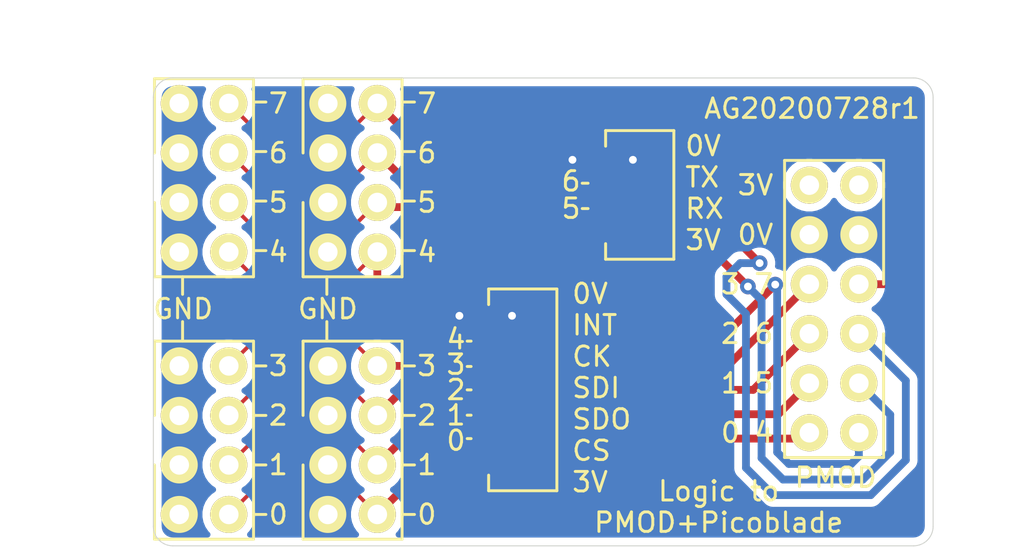
<source format=kicad_pcb>
(kicad_pcb (version 20171130) (host pcbnew 5.1.6-c6e7f7d~86~ubuntu18.04.1)

  (general
    (thickness 1.6)
    (drawings 75)
    (tracks 97)
    (zones 0)
    (modules 7)
    (nets 10)
  )

  (page A4)
  (layers
    (0 F.Cu signal)
    (31 B.Cu signal)
    (32 B.Adhes user)
    (33 F.Adhes user)
    (34 B.Paste user)
    (35 F.Paste user)
    (36 B.SilkS user)
    (37 F.SilkS user)
    (38 B.Mask user)
    (39 F.Mask user)
    (40 Dwgs.User user)
    (41 Cmts.User user)
    (42 Eco1.User user)
    (43 Eco2.User user)
    (44 Edge.Cuts user)
    (45 Margin user)
    (46 B.CrtYd user)
    (47 F.CrtYd user)
    (48 B.Fab user)
    (49 F.Fab user)
  )

  (setup
    (last_trace_width 0.25)
    (user_trace_width 0.2)
    (user_trace_width 0.25)
    (user_trace_width 0.4)
    (user_trace_width 0.6)
    (user_trace_width 0.8)
    (user_trace_width 1)
    (trace_clearance 0.2)
    (zone_clearance 0.4)
    (zone_45_only yes)
    (trace_min 0.2)
    (via_size 0.8)
    (via_drill 0.4)
    (via_min_size 0.4)
    (via_min_drill 0.3)
    (uvia_size 0.3)
    (uvia_drill 0.1)
    (uvias_allowed no)
    (uvia_min_size 0.2)
    (uvia_min_drill 0.1)
    (edge_width 0.05)
    (segment_width 0.2)
    (pcb_text_width 0.3)
    (pcb_text_size 1.5 1.5)
    (mod_edge_width 0.15)
    (mod_text_size 1 1)
    (mod_text_width 0.15)
    (pad_size 1.9 1.9)
    (pad_drill 1)
    (pad_to_mask_clearance 0.05)
    (aux_axis_origin 0 0)
    (visible_elements FFFFFF5F)
    (pcbplotparams
      (layerselection 0x010e8_ffffffff)
      (usegerberextensions true)
      (usegerberattributes true)
      (usegerberadvancedattributes true)
      (creategerberjobfile false)
      (excludeedgelayer true)
      (linewidth 0.100000)
      (plotframeref false)
      (viasonmask false)
      (mode 1)
      (useauxorigin false)
      (hpglpennumber 1)
      (hpglpenspeed 20)
      (hpglpendiameter 15.000000)
      (psnegative false)
      (psa4output false)
      (plotreference false)
      (plotvalue false)
      (plotinvisibletext false)
      (padsonsilk false)
      (subtractmaskfromsilk true)
      (outputformat 1)
      (mirror false)
      (drillshape 0)
      (scaleselection 1)
      (outputdirectory "gerber/"))
  )

  (net 0 "")
  (net 1 /PMOD3)
  (net 2 GND)
  (net 3 /PMOD2)
  (net 4 /PMOD1)
  (net 5 /PMOD0)
  (net 6 /PMOD4)
  (net 7 /PMOD7)
  (net 8 /PMOD6)
  (net 9 /PMOD5)

  (net_class Default "This is the default net class."
    (clearance 0.2)
    (trace_width 0.25)
    (via_dia 0.8)
    (via_drill 0.4)
    (uvia_dia 0.3)
    (uvia_drill 0.1)
    (add_net /PMOD0)
    (add_net /PMOD1)
    (add_net /PMOD2)
    (add_net /PMOD3)
    (add_net /PMOD4)
    (add_net /PMOD5)
    (add_net /PMOD6)
    (add_net /PMOD7)
    (add_net GND)
  )

  (module agg:MOLEX-PICOBLADE-53398-0471 (layer F.Cu) (tedit 5CCC6845) (tstamp 5F1F8979)
    (at 122 64 90)
    (path /5F2AA999)
    (fp_text reference J7 (at 0 -1.6 90) (layer F.Fab)
      (effects (font (size 1 1) (thickness 0.15)))
    )
    (fp_text value UART (at 0 5.2 90) (layer F.Fab)
      (effects (font (size 1 1) (thickness 0.15)))
    )
    (fp_line (start -5.75 4.5) (end -5.75 -0.9) (layer F.CrtYd) (width 0.01))
    (fp_line (start 5.75 4.5) (end -5.75 4.5) (layer F.CrtYd) (width 0.01))
    (fp_line (start 5.75 -0.9) (end 5.75 4.5) (layer F.CrtYd) (width 0.01))
    (fp_line (start -5.75 -0.9) (end 5.75 -0.9) (layer F.CrtYd) (width 0.01))
    (fp_line (start 1.715 2.9) (end 1.715 2.3) (layer F.Fab) (width 0.01))
    (fp_line (start 2.035 2.9) (end 1.715 2.9) (layer F.Fab) (width 0.01))
    (fp_line (start 2.035 2.3) (end 2.035 2.9) (layer F.Fab) (width 0.01))
    (fp_line (start 1.715 2.3) (end 2.035 2.3) (layer F.Fab) (width 0.01))
    (fp_line (start 0.465 2.9) (end 0.465 2.3) (layer F.Fab) (width 0.01))
    (fp_line (start 0.785 2.9) (end 0.465 2.9) (layer F.Fab) (width 0.01))
    (fp_line (start 0.785 2.3) (end 0.785 2.9) (layer F.Fab) (width 0.01))
    (fp_line (start 0.465 2.3) (end 0.785 2.3) (layer F.Fab) (width 0.01))
    (fp_line (start -0.785 2.9) (end -0.785 2.3) (layer F.Fab) (width 0.01))
    (fp_line (start -0.465 2.9) (end -0.785 2.9) (layer F.Fab) (width 0.01))
    (fp_line (start -0.465 2.3) (end -0.465 2.9) (layer F.Fab) (width 0.01))
    (fp_line (start -0.785 2.3) (end -0.465 2.3) (layer F.Fab) (width 0.01))
    (fp_line (start -2.035 2.9) (end -2.035 2.3) (layer F.Fab) (width 0.01))
    (fp_line (start -1.715 2.9) (end -2.035 2.9) (layer F.Fab) (width 0.01))
    (fp_line (start -1.715 2.3) (end -1.715 2.9) (layer F.Fab) (width 0.01))
    (fp_line (start -2.035 2.3) (end -1.715 2.3) (layer F.Fab) (width 0.01))
    (fp_line (start 3.375 3.7) (end 3.375 0.9) (layer F.Fab) (width 0.01))
    (fp_line (start 5.175 3.7) (end 3.375 3.7) (layer F.Fab) (width 0.01))
    (fp_line (start 5.175 0.9) (end 5.175 3.7) (layer F.Fab) (width 0.01))
    (fp_line (start 3.375 0.9) (end 5.175 0.9) (layer F.Fab) (width 0.01))
    (fp_line (start -5.175 3.7) (end -5.175 0.9) (layer F.Fab) (width 0.01))
    (fp_line (start -3.375 3.7) (end -5.175 3.7) (layer F.Fab) (width 0.01))
    (fp_line (start -3.375 0.9) (end -3.375 3.7) (layer F.Fab) (width 0.01))
    (fp_line (start -5.175 0.9) (end -3.375 0.9) (layer F.Fab) (width 0.01))
    (fp_line (start -3.375 3.7) (end -3.375 0.2) (layer F.Fab) (width 0.01))
    (fp_line (start 3.375 3.7) (end -3.375 3.7) (layer F.Fab) (width 0.01))
    (fp_line (start 3.375 0.2) (end 3.375 3.7) (layer F.Fab) (width 0.01))
    (fp_line (start -3.375 0.2) (end 3.375 0.2) (layer F.Fab) (width 0.01))
    (fp_line (start 2.5 0.2) (end 3.3 0.2) (layer F.SilkS) (width 0.15))
    (fp_line (start 3.3 3.7) (end 3.3 0.2) (layer F.SilkS) (width 0.15))
    (fp_line (start -3.3 3.7) (end 3.3 3.7) (layer F.SilkS) (width 0.15))
    (fp_line (start -3.3 0.2) (end -3.3 3.7) (layer F.SilkS) (width 0.15))
    (fp_line (start -2.5 0.2) (end -3.3 0.2) (layer F.SilkS) (width 0.15))
    (pad 4 smd rect (at 1.875 0 90) (size 0.8 1.3) (layers F.Cu F.Paste F.Mask)
      (net 2 GND))
    (pad 3 smd rect (at 0.625 0 90) (size 0.8 1.3) (layers F.Cu F.Paste F.Mask)
      (net 8 /PMOD6))
    (pad 2 smd rect (at -0.625 0 90) (size 0.8 1.3) (layers F.Cu F.Paste F.Mask)
      (net 9 /PMOD5))
    (pad 1 smd rect (at -1.875 0 90) (size 0.8 1.3) (layers F.Cu F.Paste F.Mask))
    (pad "" smd rect (at 4.425 2.75 90) (size 2.1 3) (layers F.Cu F.Paste F.Mask))
    (pad "" smd rect (at -4.425 2.75 90) (size 2.1 3) (layers F.Cu F.Paste F.Mask))
    (model ${KISYS3DMOD}/Connector_Molex.3dshapes/Molex_PicoBlade_53398-0471_1x04-1MP_P1.25mm_Vertical.step
      (offset (xyz 0 -1.30047998046875 0))
      (scale (xyz 1 1 1))
      (rotate (xyz 0 0 0))
    )
  )

  (module agg:DIL-254P-08 (layer F.Cu) (tedit 5F1F78DC) (tstamp 5F1F72C5)
    (at 109.22 63.119 270)
    (path /5F1FADE6)
    (fp_text reference J6 (at 0 -3.49 90) (layer F.Fab)
      (effects (font (size 1 1) (thickness 0.15)))
    )
    (fp_text value SALEAE_4-7 (at 0 3.49 90) (layer F.Fab)
      (effects (font (size 1 1) (thickness 0.15)))
    )
    (fp_line (start -5.35 2.8) (end -5.35 -2.8) (layer F.CrtYd) (width 0.01))
    (fp_line (start 5.35 2.8) (end -5.35 2.8) (layer F.CrtYd) (width 0.01))
    (fp_line (start 5.35 -2.8) (end 5.35 2.8) (layer F.CrtYd) (width 0.01))
    (fp_line (start -5.35 -2.8) (end 5.35 -2.8) (layer F.CrtYd) (width 0.01))
    (fp_line (start -5.08 2.54) (end -5.08 -2.54) (layer F.SilkS) (width 0.15))
    (fp_line (start -1.27 2.54) (end -5.08 2.54) (layer F.SilkS) (width 0.15))
    (fp_line (start 5.08 2.54) (end 1.27 2.54) (layer F.SilkS) (width 0.15))
    (fp_line (start 5.08 -2.54) (end 5.08 2.54) (layer F.SilkS) (width 0.15))
    (fp_line (start -5.08 -2.54) (end 5.08 -2.54) (layer F.SilkS) (width 0.15))
    (fp_line (start -5.08 2.54) (end -5.08 -2.54) (layer F.Fab) (width 0.01))
    (fp_line (start 5.08 2.54) (end -5.08 2.54) (layer F.Fab) (width 0.01))
    (fp_line (start 5.08 -2.54) (end 5.08 2.54) (layer F.Fab) (width 0.01))
    (fp_line (start -5.08 -2.54) (end 5.08 -2.54) (layer F.Fab) (width 0.01))
    (pad 8 thru_hole circle (at 3.81 -1.27 270) (size 1.9 1.9) (drill 1) (layers *.Cu *.Mask F.SilkS)
      (net 6 /PMOD4))
    (pad 7 thru_hole circle (at 3.81 1.27 270) (size 1.9 1.9) (drill 1) (layers *.Cu *.Mask F.SilkS)
      (net 2 GND))
    (pad 6 thru_hole circle (at 1.27 -1.27 270) (size 1.9 1.9) (drill 1) (layers *.Cu *.Mask F.SilkS)
      (net 9 /PMOD5))
    (pad 5 thru_hole circle (at 1.27 1.27 270) (size 1.9 1.9) (drill 1) (layers *.Cu *.Mask F.SilkS)
      (net 2 GND))
    (pad 4 thru_hole circle (at -1.27 -1.27 270) (size 1.9 1.9) (drill 1) (layers *.Cu *.Mask F.SilkS)
      (net 8 /PMOD6))
    (pad 3 thru_hole circle (at -1.27 1.27 270) (size 1.9 1.9) (drill 1) (layers *.Cu *.Mask F.SilkS)
      (net 2 GND))
    (pad 2 thru_hole circle (at -3.81 -1.27 270) (size 1.9 1.9) (drill 1) (layers *.Cu *.Mask F.SilkS)
      (net 7 /PMOD7))
    (pad 1 thru_hole circle (at -3.81 1.27 270) (size 1.9 1.9) (drill 1) (layers *.Cu *.Mask F.SilkS)
      (net 2 GND))
    (model ${KISYS3DMOD}/Connector_PinHeader_2.54mm.3dshapes/PinHeader_2x04_P2.54mm_Vertical.step
      (offset (xyz 3.81 1.27 0))
      (scale (xyz 1 1 1))
      (rotate (xyz 0 0 90))
    )
  )

  (module agg:DIL-254P-08 (layer F.Cu) (tedit 5F1F8460) (tstamp 5F1F72AC)
    (at 101.6 63.119 270)
    (path /5F21C945)
    (fp_text reference J5 (at 0 -3.49 90) (layer F.Fab)
      (effects (font (size 1 1) (thickness 0.15)))
    )
    (fp_text value SALEAE_4-7 (at 0 3.49 90) (layer F.Fab)
      (effects (font (size 1 1) (thickness 0.15)))
    )
    (fp_line (start -5.08 -2.54) (end 5.08 -2.54) (layer F.Fab) (width 0.01))
    (fp_line (start 5.08 -2.54) (end 5.08 2.54) (layer F.Fab) (width 0.01))
    (fp_line (start 5.08 2.54) (end -5.08 2.54) (layer F.Fab) (width 0.01))
    (fp_line (start -5.08 2.54) (end -5.08 -2.54) (layer F.Fab) (width 0.01))
    (fp_line (start -5.08 -2.54) (end 5.08 -2.54) (layer F.SilkS) (width 0.15))
    (fp_line (start 5.08 -2.54) (end 5.08 2.54) (layer F.SilkS) (width 0.15))
    (fp_line (start 5.08 2.54) (end 1.27 2.54) (layer F.SilkS) (width 0.15))
    (fp_line (start -1.27 2.54) (end -5.08 2.54) (layer F.SilkS) (width 0.15))
    (fp_line (start -5.08 2.54) (end -5.08 -2.54) (layer F.SilkS) (width 0.15))
    (fp_line (start -5.35 -2.8) (end 5.35 -2.8) (layer F.CrtYd) (width 0.01))
    (fp_line (start 5.35 -2.8) (end 5.35 2.8) (layer F.CrtYd) (width 0.01))
    (fp_line (start 5.35 2.8) (end -5.35 2.8) (layer F.CrtYd) (width 0.01))
    (fp_line (start -5.35 2.8) (end -5.35 -2.8) (layer F.CrtYd) (width 0.01))
    (pad 1 thru_hole circle (at -3.81 1.27 270) (size 1.9 1.9) (drill 1) (layers *.Cu *.Mask F.SilkS)
      (net 2 GND))
    (pad 2 thru_hole circle (at -3.81 -1.27 270) (size 1.9 1.9) (drill 1) (layers *.Cu *.Mask F.SilkS)
      (net 7 /PMOD7))
    (pad 3 thru_hole circle (at -1.27 1.27 270) (size 1.9 1.9) (drill 1) (layers *.Cu *.Mask F.SilkS)
      (net 2 GND))
    (pad 4 thru_hole circle (at -1.27 -1.27 270) (size 1.9 1.9) (drill 1) (layers *.Cu *.Mask F.SilkS)
      (net 8 /PMOD6))
    (pad 5 thru_hole circle (at 1.27 1.27 270) (size 1.9 1.9) (drill 1) (layers *.Cu *.Mask F.SilkS)
      (net 2 GND))
    (pad 6 thru_hole circle (at 1.27 -1.27 270) (size 1.9 1.9) (drill 1) (layers *.Cu *.Mask F.SilkS)
      (net 9 /PMOD5))
    (pad 7 thru_hole circle (at 3.81 1.27 270) (size 1.9 1.9) (drill 1) (layers *.Cu *.Mask F.SilkS)
      (net 2 GND))
    (pad 8 thru_hole circle (at 3.81 -1.27 270) (size 1.9 1.9) (drill 1) (layers *.Cu *.Mask F.SilkS)
      (net 6 /PMOD4))
    (model ${KISYS3DMOD}/Connector_PinSocket_2.54mm.3dshapes/PinSocket_2x04_P2.54mm_Horizontal.step
      (offset (xyz -3.81 1.27 0))
      (scale (xyz 1 1 1))
      (rotate (xyz 0 0 -90))
    )
  )

  (module agg:DIL-254P-12 (layer F.Cu) (tedit 5F1F7C81) (tstamp 5F1F7293)
    (at 133.92 69.85 90)
    (path /5F1F6E95)
    (fp_text reference J4 (at 0 -3.49 90) (layer F.Fab)
      (effects (font (size 1 1) (thickness 0.15)))
    )
    (fp_text value PMOD (at 0 3.49 90) (layer F.Fab)
      (effects (font (size 1 1) (thickness 0.15)))
    )
    (fp_line (start -7.9 2.8) (end -7.9 -2.8) (layer F.CrtYd) (width 0.01))
    (fp_line (start 7.9 2.8) (end -7.9 2.8) (layer F.CrtYd) (width 0.01))
    (fp_line (start 7.9 -2.8) (end 7.9 2.8) (layer F.CrtYd) (width 0.01))
    (fp_line (start -7.9 -2.8) (end 7.9 -2.8) (layer F.CrtYd) (width 0.01))
    (fp_line (start -7.62 2.54) (end -7.62 -2.54) (layer F.SilkS) (width 0.15))
    (fp_line (start -1.27 2.54) (end -7.62 2.54) (layer F.SilkS) (width 0.15))
    (fp_line (start 7.62 2.54) (end 1.27 2.54) (layer F.SilkS) (width 0.15))
    (fp_line (start 7.62 -2.54) (end 7.62 2.54) (layer F.SilkS) (width 0.15))
    (fp_line (start -7.62 -2.54) (end 7.62 -2.54) (layer F.SilkS) (width 0.15))
    (fp_line (start -7.62 2.54) (end -7.62 -2.54) (layer F.Fab) (width 0.01))
    (fp_line (start 7.62 2.54) (end -7.62 2.54) (layer F.Fab) (width 0.01))
    (fp_line (start 7.62 -2.54) (end 7.62 2.54) (layer F.Fab) (width 0.01))
    (fp_line (start -7.62 -2.54) (end 7.62 -2.54) (layer F.Fab) (width 0.01))
    (pad 12 thru_hole circle (at 6.35 -1.27 90) (size 1.9 1.9) (drill 1) (layers *.Cu *.Mask F.SilkS))
    (pad 11 thru_hole circle (at 6.35 1.27 90) (size 1.9 1.9) (drill 1) (layers *.Cu *.Mask F.SilkS))
    (pad 10 thru_hole circle (at 3.81 -1.27 90) (size 1.9 1.9) (drill 1) (layers *.Cu *.Mask F.SilkS)
      (net 2 GND))
    (pad 9 thru_hole circle (at 3.81 1.27 90) (size 1.9 1.9) (drill 1) (layers *.Cu *.Mask F.SilkS)
      (net 2 GND))
    (pad 8 thru_hole circle (at 1.27 -1.27 90) (size 1.9 1.9) (drill 1) (layers *.Cu *.Mask F.SilkS)
      (net 1 /PMOD3))
    (pad 7 thru_hole circle (at 1.27 1.27 90) (size 1.9 1.9) (drill 1) (layers *.Cu *.Mask F.SilkS)
      (net 7 /PMOD7))
    (pad 6 thru_hole circle (at -1.27 -1.27 90) (size 1.9 1.9) (drill 1) (layers *.Cu *.Mask F.SilkS)
      (net 3 /PMOD2))
    (pad 5 thru_hole circle (at -1.27 1.27 90) (size 1.9 1.9) (drill 1) (layers *.Cu *.Mask F.SilkS)
      (net 8 /PMOD6))
    (pad 4 thru_hole circle (at -3.81 -1.27 90) (size 1.9 1.9) (drill 1) (layers *.Cu *.Mask F.SilkS)
      (net 4 /PMOD1))
    (pad 3 thru_hole circle (at -3.81 1.27 90) (size 1.9 1.9) (drill 1) (layers *.Cu *.Mask F.SilkS)
      (net 9 /PMOD5))
    (pad 2 thru_hole circle (at -6.35 -1.27 90) (size 1.9 1.9) (drill 1) (layers *.Cu *.Mask F.SilkS)
      (net 5 /PMOD0))
    (pad 1 thru_hole circle (at -6.35 1.27 90) (size 1.9 1.9) (drill 1) (layers *.Cu *.Mask F.SilkS)
      (net 6 /PMOD4))
    (model ${KISYS3DMOD}/Connector_PinHeader_2.54mm.3dshapes/PinHeader_2x06_P2.54mm_Horizontal.step
      (offset (xyz 6.35 1.27 0))
      (scale (xyz 1 1 1))
      (rotate (xyz 0 0 90))
    )
  )

  (module agg:MOLEX-PICOBLADE-53398-0771 (layer F.Cu) (tedit 5CCC6845) (tstamp 5F1F8281)
    (at 116 74 90)
    (path /5F208212)
    (fp_text reference J3 (at 0 -1.6 90) (layer F.Fab)
      (effects (font (size 1 1) (thickness 0.15)))
    )
    (fp_text value SPI (at 0 5.2 90) (layer F.Fab)
      (effects (font (size 1 1) (thickness 0.15)))
    )
    (fp_line (start -7.6 4.5) (end -7.6 -0.9) (layer F.CrtYd) (width 0.01))
    (fp_line (start 7.6 4.5) (end -7.6 4.5) (layer F.CrtYd) (width 0.01))
    (fp_line (start 7.6 -0.9) (end 7.6 4.5) (layer F.CrtYd) (width 0.01))
    (fp_line (start -7.6 -0.9) (end 7.6 -0.9) (layer F.CrtYd) (width 0.01))
    (fp_line (start 3.59 2.9) (end 3.59 2.3) (layer F.Fab) (width 0.01))
    (fp_line (start 3.91 2.9) (end 3.59 2.9) (layer F.Fab) (width 0.01))
    (fp_line (start 3.91 2.3) (end 3.91 2.9) (layer F.Fab) (width 0.01))
    (fp_line (start 3.59 2.3) (end 3.91 2.3) (layer F.Fab) (width 0.01))
    (fp_line (start 2.34 2.9) (end 2.34 2.3) (layer F.Fab) (width 0.01))
    (fp_line (start 2.66 2.9) (end 2.34 2.9) (layer F.Fab) (width 0.01))
    (fp_line (start 2.66 2.3) (end 2.66 2.9) (layer F.Fab) (width 0.01))
    (fp_line (start 2.34 2.3) (end 2.66 2.3) (layer F.Fab) (width 0.01))
    (fp_line (start 1.09 2.9) (end 1.09 2.3) (layer F.Fab) (width 0.01))
    (fp_line (start 1.41 2.9) (end 1.09 2.9) (layer F.Fab) (width 0.01))
    (fp_line (start 1.41 2.3) (end 1.41 2.9) (layer F.Fab) (width 0.01))
    (fp_line (start 1.09 2.3) (end 1.41 2.3) (layer F.Fab) (width 0.01))
    (fp_line (start -0.16 2.9) (end -0.16 2.3) (layer F.Fab) (width 0.01))
    (fp_line (start 0.16 2.9) (end -0.16 2.9) (layer F.Fab) (width 0.01))
    (fp_line (start 0.16 2.3) (end 0.16 2.9) (layer F.Fab) (width 0.01))
    (fp_line (start -0.16 2.3) (end 0.16 2.3) (layer F.Fab) (width 0.01))
    (fp_line (start -1.41 2.9) (end -1.41 2.3) (layer F.Fab) (width 0.01))
    (fp_line (start -1.09 2.9) (end -1.41 2.9) (layer F.Fab) (width 0.01))
    (fp_line (start -1.09 2.3) (end -1.09 2.9) (layer F.Fab) (width 0.01))
    (fp_line (start -1.41 2.3) (end -1.09 2.3) (layer F.Fab) (width 0.01))
    (fp_line (start -2.66 2.9) (end -2.66 2.3) (layer F.Fab) (width 0.01))
    (fp_line (start -2.34 2.9) (end -2.66 2.9) (layer F.Fab) (width 0.01))
    (fp_line (start -2.34 2.3) (end -2.34 2.9) (layer F.Fab) (width 0.01))
    (fp_line (start -2.66 2.3) (end -2.34 2.3) (layer F.Fab) (width 0.01))
    (fp_line (start -3.91 2.9) (end -3.91 2.3) (layer F.Fab) (width 0.01))
    (fp_line (start -3.59 2.9) (end -3.91 2.9) (layer F.Fab) (width 0.01))
    (fp_line (start -3.59 2.3) (end -3.59 2.9) (layer F.Fab) (width 0.01))
    (fp_line (start -3.91 2.3) (end -3.59 2.3) (layer F.Fab) (width 0.01))
    (fp_line (start 5.25 3.7) (end 5.25 0.9) (layer F.Fab) (width 0.01))
    (fp_line (start 7.05 3.7) (end 5.25 3.7) (layer F.Fab) (width 0.01))
    (fp_line (start 7.05 0.9) (end 7.05 3.7) (layer F.Fab) (width 0.01))
    (fp_line (start 5.25 0.9) (end 7.05 0.9) (layer F.Fab) (width 0.01))
    (fp_line (start -7.05 3.7) (end -7.05 0.9) (layer F.Fab) (width 0.01))
    (fp_line (start -5.25 3.7) (end -7.05 3.7) (layer F.Fab) (width 0.01))
    (fp_line (start -5.25 0.9) (end -5.25 3.7) (layer F.Fab) (width 0.01))
    (fp_line (start -7.05 0.9) (end -5.25 0.9) (layer F.Fab) (width 0.01))
    (fp_line (start -5.25 3.7) (end -5.25 0.2) (layer F.Fab) (width 0.01))
    (fp_line (start 5.25 3.7) (end -5.25 3.7) (layer F.Fab) (width 0.01))
    (fp_line (start 5.25 0.2) (end 5.25 3.7) (layer F.Fab) (width 0.01))
    (fp_line (start -5.25 0.2) (end 5.25 0.2) (layer F.Fab) (width 0.01))
    (fp_line (start 4.375 0.2) (end 5.175 0.2) (layer F.SilkS) (width 0.15))
    (fp_line (start 5.175 3.7) (end 5.175 0.2) (layer F.SilkS) (width 0.15))
    (fp_line (start -5.175 3.7) (end 5.175 3.7) (layer F.SilkS) (width 0.15))
    (fp_line (start -5.175 0.2) (end -5.175 3.7) (layer F.SilkS) (width 0.15))
    (fp_line (start -4.375 0.2) (end -5.175 0.2) (layer F.SilkS) (width 0.15))
    (pad 7 smd rect (at 3.75 0 90) (size 0.8 1.3) (layers F.Cu F.Paste F.Mask)
      (net 2 GND))
    (pad 6 smd rect (at 2.5 0 90) (size 0.8 1.3) (layers F.Cu F.Paste F.Mask)
      (net 6 /PMOD4))
    (pad 5 smd rect (at 1.25 0 90) (size 0.8 1.3) (layers F.Cu F.Paste F.Mask)
      (net 1 /PMOD3))
    (pad 4 smd rect (at 0 0 90) (size 0.8 1.3) (layers F.Cu F.Paste F.Mask)
      (net 3 /PMOD2))
    (pad 3 smd rect (at -1.25 0 90) (size 0.8 1.3) (layers F.Cu F.Paste F.Mask)
      (net 4 /PMOD1))
    (pad 2 smd rect (at -2.5 0 90) (size 0.8 1.3) (layers F.Cu F.Paste F.Mask)
      (net 5 /PMOD0))
    (pad 1 smd rect (at -3.75 0 90) (size 0.8 1.3) (layers F.Cu F.Paste F.Mask))
    (pad "" smd rect (at 6.3 2.75 90) (size 2.1 3) (layers F.Cu F.Paste F.Mask))
    (pad "" smd rect (at -6.3 2.75 90) (size 2.1 3) (layers F.Cu F.Paste F.Mask))
    (model ${KISYS3DMOD}/Connector_Molex.3dshapes/Molex_PicoBlade_53398-0771_1x07-1MP_P1.25mm_Vertical.step
      (offset (xyz 0 -1.30047998046875 0))
      (scale (xyz 1 1 1))
      (rotate (xyz 0 0 0))
    )
  )

  (module agg:DIL-254P-08 (layer F.Cu) (tedit 5F1F78E5) (tstamp 5F1F7238)
    (at 109.22 76.581 270)
    (path /5F1FA683)
    (fp_text reference J2 (at 0 -3.49 90) (layer F.Fab)
      (effects (font (size 1 1) (thickness 0.15)))
    )
    (fp_text value SALEAE_0-3 (at 0 3.49 90) (layer F.Fab)
      (effects (font (size 1 1) (thickness 0.15)))
    )
    (fp_line (start -5.35 2.8) (end -5.35 -2.8) (layer F.CrtYd) (width 0.01))
    (fp_line (start 5.35 2.8) (end -5.35 2.8) (layer F.CrtYd) (width 0.01))
    (fp_line (start 5.35 -2.8) (end 5.35 2.8) (layer F.CrtYd) (width 0.01))
    (fp_line (start -5.35 -2.8) (end 5.35 -2.8) (layer F.CrtYd) (width 0.01))
    (fp_line (start -5.08 2.54) (end -5.08 -2.54) (layer F.SilkS) (width 0.15))
    (fp_line (start -1.27 2.54) (end -5.08 2.54) (layer F.SilkS) (width 0.15))
    (fp_line (start 5.08 2.54) (end 1.27 2.54) (layer F.SilkS) (width 0.15))
    (fp_line (start 5.08 -2.54) (end 5.08 2.54) (layer F.SilkS) (width 0.15))
    (fp_line (start -5.08 -2.54) (end 5.08 -2.54) (layer F.SilkS) (width 0.15))
    (fp_line (start -5.08 2.54) (end -5.08 -2.54) (layer F.Fab) (width 0.01))
    (fp_line (start 5.08 2.54) (end -5.08 2.54) (layer F.Fab) (width 0.01))
    (fp_line (start 5.08 -2.54) (end 5.08 2.54) (layer F.Fab) (width 0.01))
    (fp_line (start -5.08 -2.54) (end 5.08 -2.54) (layer F.Fab) (width 0.01))
    (pad 8 thru_hole circle (at 3.81 -1.27 270) (size 1.9 1.9) (drill 1) (layers *.Cu *.Mask F.SilkS)
      (net 5 /PMOD0))
    (pad 7 thru_hole circle (at 3.81 1.27 270) (size 1.9 1.9) (drill 1) (layers *.Cu *.Mask F.SilkS)
      (net 2 GND))
    (pad 6 thru_hole circle (at 1.27 -1.27 270) (size 1.9 1.9) (drill 1) (layers *.Cu *.Mask F.SilkS)
      (net 4 /PMOD1))
    (pad 5 thru_hole circle (at 1.27 1.27 270) (size 1.9 1.9) (drill 1) (layers *.Cu *.Mask F.SilkS)
      (net 2 GND))
    (pad 4 thru_hole circle (at -1.27 -1.27 270) (size 1.9 1.9) (drill 1) (layers *.Cu *.Mask F.SilkS)
      (net 3 /PMOD2))
    (pad 3 thru_hole circle (at -1.27 1.27 270) (size 1.9 1.9) (drill 1) (layers *.Cu *.Mask F.SilkS)
      (net 2 GND))
    (pad 2 thru_hole circle (at -3.81 -1.27 270) (size 1.9 1.9) (drill 1) (layers *.Cu *.Mask F.SilkS)
      (net 1 /PMOD3))
    (pad 1 thru_hole circle (at -3.81 1.27 270) (size 1.9 1.9) (drill 1) (layers *.Cu *.Mask F.SilkS)
      (net 2 GND))
    (model ${KISYS3DMOD}/Connector_PinHeader_2.54mm.3dshapes/PinHeader_2x04_P2.54mm_Vertical.step
      (offset (xyz 3.81 1.27 0))
      (scale (xyz 1 1 1))
      (rotate (xyz 0 0 90))
    )
  )

  (module agg:DIL-254P-08 (layer F.Cu) (tedit 5F1F78E2) (tstamp 5F1F721F)
    (at 101.6 76.581 270)
    (path /5F21C93B)
    (fp_text reference J1 (at 0 -3.49 90) (layer F.Fab)
      (effects (font (size 1 1) (thickness 0.15)))
    )
    (fp_text value SALEAE_0-3 (at 0 3.49 90) (layer F.Fab)
      (effects (font (size 1 1) (thickness 0.15)))
    )
    (fp_line (start -5.35 2.8) (end -5.35 -2.8) (layer F.CrtYd) (width 0.01))
    (fp_line (start 5.35 2.8) (end -5.35 2.8) (layer F.CrtYd) (width 0.01))
    (fp_line (start 5.35 -2.8) (end 5.35 2.8) (layer F.CrtYd) (width 0.01))
    (fp_line (start -5.35 -2.8) (end 5.35 -2.8) (layer F.CrtYd) (width 0.01))
    (fp_line (start -5.08 2.54) (end -5.08 -2.54) (layer F.SilkS) (width 0.15))
    (fp_line (start -1.27 2.54) (end -5.08 2.54) (layer F.SilkS) (width 0.15))
    (fp_line (start 5.08 2.54) (end 1.27 2.54) (layer F.SilkS) (width 0.15))
    (fp_line (start 5.08 -2.54) (end 5.08 2.54) (layer F.SilkS) (width 0.15))
    (fp_line (start -5.08 -2.54) (end 5.08 -2.54) (layer F.SilkS) (width 0.15))
    (fp_line (start -5.08 2.54) (end -5.08 -2.54) (layer F.Fab) (width 0.01))
    (fp_line (start 5.08 2.54) (end -5.08 2.54) (layer F.Fab) (width 0.01))
    (fp_line (start 5.08 -2.54) (end 5.08 2.54) (layer F.Fab) (width 0.01))
    (fp_line (start -5.08 -2.54) (end 5.08 -2.54) (layer F.Fab) (width 0.01))
    (pad 8 thru_hole circle (at 3.81 -1.27 270) (size 1.9 1.9) (drill 1) (layers *.Cu *.Mask F.SilkS)
      (net 5 /PMOD0))
    (pad 7 thru_hole circle (at 3.81 1.27 270) (size 1.9 1.9) (drill 1) (layers *.Cu *.Mask F.SilkS)
      (net 2 GND))
    (pad 6 thru_hole circle (at 1.27 -1.27 270) (size 1.9 1.9) (drill 1) (layers *.Cu *.Mask F.SilkS)
      (net 4 /PMOD1))
    (pad 5 thru_hole circle (at 1.27 1.27 270) (size 1.9 1.9) (drill 1) (layers *.Cu *.Mask F.SilkS)
      (net 2 GND))
    (pad 4 thru_hole circle (at -1.27 -1.27 270) (size 1.9 1.9) (drill 1) (layers *.Cu *.Mask F.SilkS)
      (net 3 /PMOD2))
    (pad 3 thru_hole circle (at -1.27 1.27 270) (size 1.9 1.9) (drill 1) (layers *.Cu *.Mask F.SilkS)
      (net 2 GND))
    (pad 2 thru_hole circle (at -3.81 -1.27 270) (size 1.9 1.9) (drill 1) (layers *.Cu *.Mask F.SilkS)
      (net 1 /PMOD3))
    (pad 1 thru_hole circle (at -3.81 1.27 270) (size 1.9 1.9) (drill 1) (layers *.Cu *.Mask F.SilkS)
      (net 2 GND))
    (model ${KISYS3DMOD}/Connector_PinSocket_2.54mm.3dshapes/PinSocket_2x04_P2.54mm_Horizontal.step
      (offset (xyz -3.81 1.27 0))
      (scale (xyz 1 1 1))
      (rotate (xyz 0 0 -90))
    )
  )

  (gr_text AG20200728r1 (at 132.79 59.57) (layer F.SilkS)
    (effects (font (size 1 1) (thickness 0.15)))
  )
  (gr_text PMOD (at 134 78.5) (layer F.SilkS)
    (effects (font (size 1 1) (thickness 0.15)))
  )
  (gr_text "Logic to\nPMOD+Picoblade" (at 128 80) (layer F.SilkS)
    (effects (font (size 1 1) (thickness 0.15)))
  )
  (gr_line (start 121 64.7) (end 121.3 64.7) (layer F.SilkS) (width 0.15))
  (gr_line (start 121 63.4) (end 121.3 63.4) (layer F.SilkS) (width 0.15))
  (gr_text 5 (at 121 64.7) (layer F.SilkS)
    (effects (font (size 1 1) (thickness 0.15)) (justify right))
  )
  (gr_text 6 (at 121 63.3) (layer F.SilkS)
    (effects (font (size 1 1) (thickness 0.15)) (justify right))
  )
  (gr_text "0V\nTX\nRX\n3V" (at 126.2 63.9) (layer F.SilkS)
    (effects (font (size 1 1) (thickness 0.15)) (justify left))
  )
  (gr_text "0 4" (at 130.89 76.2) (layer F.SilkS)
    (effects (font (size 1 1) (thickness 0.15)) (justify right))
  )
  (gr_text "1 5" (at 130.89 73.66) (layer F.SilkS)
    (effects (font (size 1 1) (thickness 0.15)) (justify right))
  )
  (gr_text "2 6" (at 130.89 71.12) (layer F.SilkS)
    (effects (font (size 1 1) (thickness 0.15)) (justify right))
  )
  (gr_text "3 7" (at 130.89 68.58) (layer F.SilkS)
    (effects (font (size 1 1) (thickness 0.15)) (justify right))
  )
  (gr_text 0V (at 130.89 66.04) (layer F.SilkS)
    (effects (font (size 1 1) (thickness 0.15)) (justify right))
  )
  (gr_text 3V (at 130.89 63.5) (layer F.SilkS)
    (effects (font (size 1 1) (thickness 0.15)) (justify right))
  )
  (gr_line (start 115.1 76.5) (end 115.3 76.5) (layer F.SilkS) (width 0.15))
  (gr_line (start 115.1 75.3) (end 115.3 75.3) (layer F.SilkS) (width 0.15))
  (gr_line (start 115.1 74) (end 115.3 74) (layer F.SilkS) (width 0.15))
  (gr_line (start 115.1 72.8) (end 115.3 72.8) (layer F.SilkS) (width 0.15))
  (gr_line (start 115.1 71.5) (end 115.3 71.5) (layer F.SilkS) (width 0.15))
  (gr_text 0 (at 115.1 76.6) (layer F.SilkS)
    (effects (font (size 1 1) (thickness 0.15)) (justify right))
  )
  (gr_text 1 (at 115.1 75.3) (layer F.SilkS)
    (effects (font (size 1 1) (thickness 0.15)) (justify right))
  )
  (gr_text 2 (at 115.1 74) (layer F.SilkS)
    (effects (font (size 1 1) (thickness 0.15)) (justify right))
  )
  (gr_text 3 (at 115.1 72.7) (layer F.SilkS)
    (effects (font (size 1 1) (thickness 0.15)) (justify right))
  )
  (gr_text 4 (at 115.1 71.4) (layer F.SilkS)
    (effects (font (size 1 1) (thickness 0.15)) (justify right))
  )
  (gr_text "0V\nINT\nCK\nSDI\nSDO\nCS\n3V" (at 120.4 73.9) (layer F.SilkS)
    (effects (font (size 1 1) (thickness 0.15)) (justify left))
  )
  (gr_line (start 111.76 64.316) (end 112.395 64.316) (layer F.SilkS) (width 0.15) (tstamp 5F1F8BDE))
  (gr_line (start 111.76 72.771) (end 112.395 72.771) (layer F.SilkS) (width 0.15) (tstamp 5F1F8BDD))
  (gr_text 1 (at 113.03 77.851) (layer F.SilkS) (tstamp 5F1F8BDC)
    (effects (font (size 1 1) (thickness 0.15)))
  )
  (gr_text 3 (at 113.03 72.771) (layer F.SilkS) (tstamp 5F1F8BDB)
    (effects (font (size 1 1) (thickness 0.15)))
  )
  (gr_line (start 112.395 66.856) (end 111.76 66.856) (layer F.SilkS) (width 0.15) (tstamp 5F1F8BDA))
  (gr_line (start 111.76 77.851) (end 112.395 77.851) (layer F.SilkS) (width 0.15) (tstamp 5F1F8BD9))
  (gr_text 5 (at 113.03 64.389) (layer F.SilkS) (tstamp 5F1F8BD8)
    (effects (font (size 1 1) (thickness 0.15)))
  )
  (gr_text 2 (at 113.03 75.311) (layer F.SilkS) (tstamp 5F1F8BD7)
    (effects (font (size 1 1) (thickness 0.15)))
  )
  (gr_text 0 (at 113.03 80.391) (layer F.SilkS) (tstamp 5F1F8BD6)
    (effects (font (size 1 1) (thickness 0.15)))
  )
  (gr_line (start 112.395 80.391) (end 111.76 80.391) (layer F.SilkS) (width 0.15) (tstamp 5F1F8BD5))
  (gr_text 4 (at 113.03 66.929) (layer F.SilkS) (tstamp 5F1F8BD4)
    (effects (font (size 1 1) (thickness 0.15)))
  )
  (gr_line (start 112.395 61.776) (end 111.76 61.776) (layer F.SilkS) (width 0.15) (tstamp 5F1F8BD3))
  (gr_text 7 (at 113.03 59.309) (layer F.SilkS) (tstamp 5F1F8BD2)
    (effects (font (size 1 1) (thickness 0.15)))
  )
  (gr_text 6 (at 113.03 61.849) (layer F.SilkS) (tstamp 5F1F8BD1)
    (effects (font (size 1 1) (thickness 0.15)))
  )
  (gr_line (start 112.395 75.311) (end 111.76 75.311) (layer F.SilkS) (width 0.15) (tstamp 5F1F8BD0))
  (gr_line (start 111.76 59.236) (end 112.395 59.236) (layer F.SilkS) (width 0.15) (tstamp 5F1F8BCF))
  (gr_line (start 104.14 77.851) (end 104.775 77.851) (layer F.SilkS) (width 0.15) (tstamp 5F1F8BBD))
  (gr_line (start 104.775 80.391) (end 104.14 80.391) (layer F.SilkS) (width 0.15) (tstamp 5F1F8BBC))
  (gr_line (start 104.775 75.311) (end 104.14 75.311) (layer F.SilkS) (width 0.15) (tstamp 5F1F8BBB))
  (gr_line (start 104.14 72.771) (end 104.775 72.771) (layer F.SilkS) (width 0.15) (tstamp 5F1F8BBA))
  (gr_line (start 104.775 66.856) (end 104.14 66.856) (layer F.SilkS) (width 0.15))
  (gr_line (start 104.14 64.316) (end 104.775 64.316) (layer F.SilkS) (width 0.15))
  (gr_line (start 104.775 61.776) (end 104.14 61.776) (layer F.SilkS) (width 0.15))
  (gr_line (start 104.14 59.236) (end 104.775 59.236) (layer F.SilkS) (width 0.15))
  (gr_line (start 107.9 70.5) (end 107.9 71.5) (layer F.SilkS) (width 0.15))
  (gr_line (start 107.9 69.1) (end 107.9 68.2) (layer F.SilkS) (width 0.15))
  (gr_line (start 100.5 70.5) (end 100.5 71.5) (layer F.SilkS) (width 0.15))
  (gr_line (start 100.5 69.1) (end 100.5 68.2) (layer F.SilkS) (width 0.15))
  (gr_text GND (at 107.95 69.85) (layer F.SilkS) (tstamp 5F1F8A1A)
    (effects (font (size 1 1) (thickness 0.15)))
  )
  (gr_text GND (at 100.53 69.85) (layer F.SilkS) (tstamp 5F1F8B70)
    (effects (font (size 1 1) (thickness 0.15)))
  )
  (gr_text 0 (at 105.41 80.391) (layer F.SilkS)
    (effects (font (size 1 1) (thickness 0.15)))
  )
  (gr_text 1 (at 105.41 77.851) (layer F.SilkS)
    (effects (font (size 1 1) (thickness 0.15)))
  )
  (gr_text 2 (at 105.41 75.311) (layer F.SilkS)
    (effects (font (size 1 1) (thickness 0.15)))
  )
  (gr_text 3 (at 105.41 72.771) (layer F.SilkS)
    (effects (font (size 1 1) (thickness 0.15)))
  )
  (gr_text 4 (at 105.41 66.929) (layer F.SilkS)
    (effects (font (size 1 1) (thickness 0.15)))
  )
  (gr_text 5 (at 105.41 64.389) (layer F.SilkS)
    (effects (font (size 1 1) (thickness 0.15)))
  )
  (gr_text 6 (at 105.41 61.849) (layer F.SilkS)
    (effects (font (size 1 1) (thickness 0.15)))
  )
  (gr_text 7 (at 105.41 59.309) (layer F.SilkS)
    (effects (font (size 1 1) (thickness 0.15)))
  )
  (dimension 24 (width 0.15) (layer Dwgs.User)
    (gr_text "24.000 mm" (at 142.3 70 270) (layer Dwgs.User)
      (effects (font (size 1 1) (thickness 0.15)))
    )
    (feature1 (pts (xy 139 82) (xy 141.586421 82)))
    (feature2 (pts (xy 139 58) (xy 141.586421 58)))
    (crossbar (pts (xy 141 58) (xy 141 82)))
    (arrow1a (pts (xy 141 82) (xy 140.413579 80.873496)))
    (arrow1b (pts (xy 141 82) (xy 141.586421 80.873496)))
    (arrow2a (pts (xy 141 58) (xy 140.413579 59.126504)))
    (arrow2b (pts (xy 141 58) (xy 141.586421 59.126504)))
  )
  (dimension 40 (width 0.15) (layer Dwgs.User)
    (gr_text "40.000 mm" (at 119 54.700001) (layer Dwgs.User)
      (effects (font (size 1 1) (thickness 0.15)))
    )
    (feature1 (pts (xy 99 58) (xy 99 55.41358)))
    (feature2 (pts (xy 139 58) (xy 139 55.41358)))
    (crossbar (pts (xy 139 56.000001) (xy 99 56.000001)))
    (arrow1a (pts (xy 99 56.000001) (xy 100.126504 55.41358)))
    (arrow1b (pts (xy 99 56.000001) (xy 100.126504 56.586422)))
    (arrow2a (pts (xy 139 56.000001) (xy 137.873496 55.41358)))
    (arrow2b (pts (xy 139 56.000001) (xy 137.873496 56.586422)))
  )
  (gr_arc (start 138 81) (end 138 82) (angle -90) (layer Edge.Cuts) (width 0.05))
  (gr_arc (start 138 59) (end 139 59) (angle -90) (layer Edge.Cuts) (width 0.05))
  (gr_arc (start 100 81) (end 99 81) (angle -90) (layer Edge.Cuts) (width 0.05))
  (gr_arc (start 100 59) (end 100 58) (angle -90) (layer Edge.Cuts) (width 0.05))
  (dimension 5.08 (width 0.15) (layer Dwgs.User)
    (gr_text "5.080 mm" (at 136.46 81.1) (layer Dwgs.User)
      (effects (font (size 1 1) (thickness 0.15)))
    )
    (feature1 (pts (xy 139 69.85) (xy 139 80.386421)))
    (feature2 (pts (xy 133.92 69.85) (xy 133.92 80.386421)))
    (crossbar (pts (xy 133.92 79.8) (xy 139 79.8)))
    (arrow1a (pts (xy 139 79.8) (xy 137.873496 80.386421)))
    (arrow1b (pts (xy 139 79.8) (xy 137.873496 79.213579)))
    (arrow2a (pts (xy 133.92 79.8) (xy 135.046504 80.386421)))
    (arrow2b (pts (xy 133.92 79.8) (xy 135.046504 79.213579)))
  )
  (dimension 13.462 (width 0.15) (layer Dwgs.User)
    (gr_text "13.462 mm" (at 94.800001 69.85 270) (layer Dwgs.User)
      (effects (font (size 1 1) (thickness 0.15)))
    )
    (feature1 (pts (xy 101.6 76.581) (xy 95.51358 76.581)))
    (feature2 (pts (xy 101.6 63.119) (xy 95.51358 63.119)))
    (crossbar (pts (xy 96.100001 63.119) (xy 96.100001 76.581)))
    (arrow1a (pts (xy 96.100001 76.581) (xy 95.51358 75.454496)))
    (arrow1b (pts (xy 96.100001 76.581) (xy 96.686422 75.454496)))
    (arrow2a (pts (xy 96.100001 63.119) (xy 95.51358 64.245504)))
    (arrow2b (pts (xy 96.100001 63.119) (xy 96.686422 64.245504)))
  )
  (gr_line (start 138 82) (end 100 82) (layer Edge.Cuts) (width 0.05) (tstamp 5F1F7FEF))
  (gr_line (start 139 59) (end 139 81) (layer Edge.Cuts) (width 0.05))
  (gr_line (start 100 58) (end 138 58) (layer Edge.Cuts) (width 0.05))
  (gr_line (start 99 81) (end 99 59) (layer Edge.Cuts) (width 0.05))

  (segment (start 109.239999 71.520999) (end 110.49 72.771) (width 0.2) (layer F.Cu) (net 1))
  (segment (start 102.87 72.771) (end 104.120001 71.520999) (width 0.2) (layer F.Cu) (net 1))
  (segment (start 104.120001 71.520999) (end 109.239999 71.520999) (width 0.2) (layer F.Cu) (net 1))
  (segment (start 115.979 72.771) (end 116 72.75) (width 0.4) (layer F.Cu) (net 1))
  (segment (start 110.49 72.771) (end 115.979 72.771) (width 0.4) (layer F.Cu) (net 1))
  (segment (start 128.48 72.75) (end 132.65 68.58) (width 0.4) (layer F.Cu) (net 1))
  (segment (start 116 72.75) (end 128.48 72.75) (width 0.4) (layer F.Cu) (net 1))
  (via (at 120.5 62.2) (size 0.8) (drill 0.4) (layers F.Cu B.Cu) (net 2))
  (segment (start 122 62.125) (end 120.575 62.125) (width 0.4) (layer F.Cu) (net 2))
  (segment (start 120.575 62.125) (end 120.5 62.2) (width 0.4) (layer F.Cu) (net 2))
  (via (at 123.6 62.2) (size 0.8) (drill 0.4) (layers F.Cu B.Cu) (net 2))
  (segment (start 122 62.125) (end 123.525 62.125) (width 0.4) (layer F.Cu) (net 2))
  (segment (start 123.525 62.125) (end 123.6 62.2) (width 0.4) (layer F.Cu) (net 2))
  (via (at 114.7 70.2) (size 0.8) (drill 0.4) (layers F.Cu B.Cu) (net 2))
  (segment (start 116 70.25) (end 114.75 70.25) (width 0.4) (layer F.Cu) (net 2))
  (segment (start 114.75 70.25) (end 114.7 70.2) (width 0.4) (layer F.Cu) (net 2))
  (via (at 117.4 70.2) (size 0.8) (drill 0.4) (layers F.Cu B.Cu) (net 2))
  (segment (start 116 70.25) (end 117.35 70.25) (width 0.4) (layer F.Cu) (net 2))
  (segment (start 117.35 70.25) (end 117.4 70.2) (width 0.4) (layer F.Cu) (net 2))
  (segment (start 109.239999 74.060999) (end 110.49 75.311) (width 0.2) (layer F.Cu) (net 3))
  (segment (start 102.87 75.311) (end 104.120001 74.060999) (width 0.2) (layer F.Cu) (net 3))
  (segment (start 104.120001 74.060999) (end 109.239999 74.060999) (width 0.2) (layer F.Cu) (net 3))
  (segment (start 111.801 74) (end 116 74) (width 0.4) (layer F.Cu) (net 3))
  (segment (start 110.49 75.311) (end 111.801 74) (width 0.4) (layer F.Cu) (net 3))
  (segment (start 129.77 74) (end 132.65 71.12) (width 0.4) (layer F.Cu) (net 3))
  (segment (start 116 74) (end 129.77 74) (width 0.4) (layer F.Cu) (net 3))
  (segment (start 109.200001 76.561001) (end 110.49 77.851) (width 0.2) (layer F.Cu) (net 4))
  (segment (start 102.87 77.851) (end 104.159999 76.561001) (width 0.2) (layer F.Cu) (net 4))
  (segment (start 104.159999 76.561001) (end 109.200001 76.561001) (width 0.2) (layer F.Cu) (net 4))
  (segment (start 113.091 75.25) (end 116 75.25) (width 0.4) (layer F.Cu) (net 4))
  (segment (start 110.49 77.851) (end 113.091 75.25) (width 0.4) (layer F.Cu) (net 4))
  (segment (start 131.06 75.25) (end 132.65 73.66) (width 0.4) (layer F.Cu) (net 4))
  (segment (start 116 75.25) (end 131.06 75.25) (width 0.4) (layer F.Cu) (net 4))
  (segment (start 109.200001 79.101001) (end 110.49 80.391) (width 0.2) (layer F.Cu) (net 5))
  (segment (start 102.87 80.391) (end 104.159999 79.101001) (width 0.2) (layer F.Cu) (net 5))
  (segment (start 104.159999 79.101001) (end 109.200001 79.101001) (width 0.2) (layer F.Cu) (net 5))
  (segment (start 114.381 76.5) (end 116 76.5) (width 0.4) (layer F.Cu) (net 5))
  (segment (start 110.49 80.391) (end 114.381 76.5) (width 0.4) (layer F.Cu) (net 5))
  (segment (start 132.35 76.5) (end 132.65 76.2) (width 0.4) (layer F.Cu) (net 5))
  (segment (start 116 76.5) (end 132.35 76.5) (width 0.4) (layer F.Cu) (net 5))
  (segment (start 109.239999 68.179001) (end 110.49 66.929) (width 0.2) (layer F.Cu) (net 6))
  (segment (start 102.87 66.929) (end 104.120001 68.179001) (width 0.2) (layer F.Cu) (net 6))
  (segment (start 104.120001 68.179001) (end 109.239999 68.179001) (width 0.2) (layer F.Cu) (net 6))
  (segment (start 116 71.5) (end 111.6 71.5) (width 0.4) (layer F.Cu) (net 6))
  (segment (start 110.49 70.39) (end 110.49 66.929) (width 0.4) (layer F.Cu) (net 6))
  (segment (start 111.6 71.5) (end 110.49 70.39) (width 0.4) (layer F.Cu) (net 6))
  (segment (start 135.19 76.2) (end 135.19 77.41) (width 0.4) (layer B.Cu) (net 6))
  (segment (start 135.19 77.41) (end 134.8 77.8) (width 0.4) (layer B.Cu) (net 6))
  (segment (start 134.8 77.8) (end 131.6 77.8) (width 0.4) (layer B.Cu) (net 6))
  (segment (start 131.6 77.8) (end 131 77.2) (width 0.4) (layer B.Cu) (net 6))
  (via (at 130.9 68.6) (size 0.8) (drill 0.4) (layers F.Cu B.Cu) (net 6))
  (segment (start 131 77.2) (end 131 68.7) (width 0.4) (layer B.Cu) (net 6))
  (segment (start 131 68.7) (end 130.9 68.6) (width 0.4) (layer B.Cu) (net 6))
  (segment (start 128 71.5) (end 116 71.5) (width 0.4) (layer F.Cu) (net 6))
  (segment (start 130.9 68.6) (end 128 71.5) (width 0.4) (layer F.Cu) (net 6))
  (segment (start 109.239999 60.559001) (end 110.49 59.309) (width 0.2) (layer F.Cu) (net 7))
  (segment (start 102.87 59.309) (end 104.120001 60.559001) (width 0.2) (layer F.Cu) (net 7))
  (segment (start 104.120001 60.559001) (end 109.239999 60.559001) (width 0.2) (layer F.Cu) (net 7))
  (segment (start 136.5 61.2) (end 112.381 61.2) (width 0.4) (layer F.Cu) (net 7))
  (segment (start 137.1 61.8) (end 136.5 61.2) (width 0.4) (layer F.Cu) (net 7))
  (segment (start 137.1 68.2) (end 137.1 61.8) (width 0.4) (layer F.Cu) (net 7))
  (segment (start 135.19 68.58) (end 136.72 68.58) (width 0.4) (layer F.Cu) (net 7))
  (segment (start 112.381 61.2) (end 110.49 59.309) (width 0.4) (layer F.Cu) (net 7))
  (segment (start 136.72 68.58) (end 137.1 68.2) (width 0.4) (layer F.Cu) (net 7))
  (segment (start 109.239999 63.099001) (end 110.49 61.849) (width 0.2) (layer F.Cu) (net 8))
  (segment (start 102.87 61.849) (end 104.120001 63.099001) (width 0.2) (layer F.Cu) (net 8))
  (segment (start 104.120001 63.099001) (end 109.239999 63.099001) (width 0.2) (layer F.Cu) (net 8))
  (segment (start 112.016 63.375) (end 110.49 61.849) (width 0.4) (layer F.Cu) (net 8))
  (segment (start 122 63.375) (end 112.016 63.375) (width 0.4) (layer F.Cu) (net 8))
  (segment (start 135.19 71.12) (end 137.6 73.53) (width 0.4) (layer B.Cu) (net 8))
  (segment (start 137.6 73.53) (end 137.6 77.6) (width 0.4) (layer B.Cu) (net 8))
  (segment (start 137.6 77.6) (end 135.8 79.4) (width 0.4) (layer B.Cu) (net 8))
  (segment (start 135.8 79.4) (end 130.8 79.4) (width 0.4) (layer B.Cu) (net 8))
  (segment (start 130.8 79.4) (end 129.4 78) (width 0.4) (layer B.Cu) (net 8))
  (segment (start 129.4 78) (end 129.4 70.1) (width 0.4) (layer B.Cu) (net 8))
  (segment (start 129.4 70.1) (end 128.4 69.1) (width 0.4) (layer B.Cu) (net 8))
  (segment (start 128.4 69.1) (end 128.4 68.2) (width 0.4) (layer B.Cu) (net 8))
  (via (at 130.1 67.5) (size 0.8) (drill 0.4) (layers F.Cu B.Cu) (net 8))
  (segment (start 128.4 68.2) (end 129.1 67.5) (width 0.4) (layer B.Cu) (net 8))
  (segment (start 129.1 67.5) (end 130.1 67.5) (width 0.4) (layer B.Cu) (net 8))
  (segment (start 125.975 63.375) (end 122 63.375) (width 0.4) (layer F.Cu) (net 8))
  (segment (start 130.1 67.5) (end 125.975 63.375) (width 0.4) (layer F.Cu) (net 8))
  (segment (start 109.239999 65.639001) (end 110.49 64.389) (width 0.2) (layer F.Cu) (net 9))
  (segment (start 102.87 64.389) (end 104.120001 65.639001) (width 0.2) (layer F.Cu) (net 9))
  (segment (start 104.120001 65.639001) (end 109.239999 65.639001) (width 0.2) (layer F.Cu) (net 9))
  (segment (start 110.726 64.625) (end 110.49 64.389) (width 0.4) (layer F.Cu) (net 9))
  (segment (start 122 64.625) (end 110.726 64.625) (width 0.4) (layer F.Cu) (net 9))
  (segment (start 135.19 73.66) (end 136.8 75.27) (width 0.4) (layer B.Cu) (net 9))
  (segment (start 136.8 75.27) (end 136.8 77.2) (width 0.4) (layer B.Cu) (net 9))
  (segment (start 136.8 77.2) (end 135.4 78.6) (width 0.4) (layer B.Cu) (net 9))
  (segment (start 135.4 78.6) (end 131.3 78.6) (width 0.4) (layer B.Cu) (net 9))
  (segment (start 131.3 78.6) (end 130.2 77.5) (width 0.4) (layer B.Cu) (net 9))
  (segment (start 130.2 77.5) (end 130.2 69.4) (width 0.4) (layer B.Cu) (net 9))
  (via (at 129.5 68.7) (size 0.8) (drill 0.4) (layers F.Cu B.Cu) (net 9))
  (segment (start 130.2 69.4) (end 129.5 68.7) (width 0.4) (layer B.Cu) (net 9))
  (segment (start 125.425 64.625) (end 129.5 68.7) (width 0.4) (layer F.Cu) (net 9))
  (segment (start 122 64.625) (end 125.425 64.625) (width 0.4) (layer F.Cu) (net 9))

  (zone (net 2) (net_name GND) (layer B.Cu) (tstamp 5F1F87B7) (hatch edge 0.508)
    (connect_pads yes (clearance 0.4))
    (min_thickness 0.3)
    (fill yes (arc_segments 32) (thermal_gap 0.4) (thermal_bridge_width 0.5) (smoothing fillet) (radius 1))
    (polygon
      (pts
        (xy 139 82) (xy 99 82) (xy 99 58) (xy 139 58)
      )
    )
    (filled_polygon
      (pts
        (xy 101.540717 58.598483) (xy 101.427644 58.871466) (xy 101.37 59.161263) (xy 101.37 59.456737) (xy 101.427644 59.746534)
        (xy 101.540717 60.019517) (xy 101.704874 60.265194) (xy 101.913806 60.474126) (xy 102.07076 60.579) (xy 101.913806 60.683874)
        (xy 101.704874 60.892806) (xy 101.540717 61.138483) (xy 101.427644 61.411466) (xy 101.37 61.701263) (xy 101.37 61.996737)
        (xy 101.427644 62.286534) (xy 101.540717 62.559517) (xy 101.704874 62.805194) (xy 101.913806 63.014126) (xy 102.07076 63.119)
        (xy 101.913806 63.223874) (xy 101.704874 63.432806) (xy 101.540717 63.678483) (xy 101.427644 63.951466) (xy 101.37 64.241263)
        (xy 101.37 64.536737) (xy 101.427644 64.826534) (xy 101.540717 65.099517) (xy 101.704874 65.345194) (xy 101.913806 65.554126)
        (xy 102.07076 65.659) (xy 101.913806 65.763874) (xy 101.704874 65.972806) (xy 101.540717 66.218483) (xy 101.427644 66.491466)
        (xy 101.37 66.781263) (xy 101.37 67.076737) (xy 101.427644 67.366534) (xy 101.540717 67.639517) (xy 101.704874 67.885194)
        (xy 101.913806 68.094126) (xy 102.159483 68.258283) (xy 102.432466 68.371356) (xy 102.722263 68.429) (xy 103.017737 68.429)
        (xy 103.307534 68.371356) (xy 103.580517 68.258283) (xy 103.826194 68.094126) (xy 104.035126 67.885194) (xy 104.199283 67.639517)
        (xy 104.312356 67.366534) (xy 104.37 67.076737) (xy 104.37 66.781263) (xy 104.312356 66.491466) (xy 104.199283 66.218483)
        (xy 104.035126 65.972806) (xy 103.826194 65.763874) (xy 103.66924 65.659) (xy 103.826194 65.554126) (xy 104.035126 65.345194)
        (xy 104.199283 65.099517) (xy 104.312356 64.826534) (xy 104.37 64.536737) (xy 104.37 64.241263) (xy 104.312356 63.951466)
        (xy 104.199283 63.678483) (xy 104.035126 63.432806) (xy 103.826194 63.223874) (xy 103.66924 63.119) (xy 103.826194 63.014126)
        (xy 104.035126 62.805194) (xy 104.199283 62.559517) (xy 104.312356 62.286534) (xy 104.37 61.996737) (xy 104.37 61.701263)
        (xy 104.312356 61.411466) (xy 104.199283 61.138483) (xy 104.035126 60.892806) (xy 103.826194 60.683874) (xy 103.66924 60.579)
        (xy 103.826194 60.474126) (xy 104.035126 60.265194) (xy 104.199283 60.019517) (xy 104.312356 59.746534) (xy 104.37 59.456737)
        (xy 104.37 59.161263) (xy 104.312356 58.871466) (xy 104.199283 58.598483) (xy 104.183592 58.575) (xy 109.176408 58.575)
        (xy 109.160717 58.598483) (xy 109.047644 58.871466) (xy 108.99 59.161263) (xy 108.99 59.456737) (xy 109.047644 59.746534)
        (xy 109.160717 60.019517) (xy 109.324874 60.265194) (xy 109.533806 60.474126) (xy 109.69076 60.579) (xy 109.533806 60.683874)
        (xy 109.324874 60.892806) (xy 109.160717 61.138483) (xy 109.047644 61.411466) (xy 108.99 61.701263) (xy 108.99 61.996737)
        (xy 109.047644 62.286534) (xy 109.160717 62.559517) (xy 109.324874 62.805194) (xy 109.533806 63.014126) (xy 109.69076 63.119)
        (xy 109.533806 63.223874) (xy 109.324874 63.432806) (xy 109.160717 63.678483) (xy 109.047644 63.951466) (xy 108.99 64.241263)
        (xy 108.99 64.536737) (xy 109.047644 64.826534) (xy 109.160717 65.099517) (xy 109.324874 65.345194) (xy 109.533806 65.554126)
        (xy 109.69076 65.659) (xy 109.533806 65.763874) (xy 109.324874 65.972806) (xy 109.160717 66.218483) (xy 109.047644 66.491466)
        (xy 108.99 66.781263) (xy 108.99 67.076737) (xy 109.047644 67.366534) (xy 109.160717 67.639517) (xy 109.324874 67.885194)
        (xy 109.533806 68.094126) (xy 109.779483 68.258283) (xy 110.052466 68.371356) (xy 110.342263 68.429) (xy 110.637737 68.429)
        (xy 110.927534 68.371356) (xy 111.200517 68.258283) (xy 111.287743 68.2) (xy 127.646373 68.2) (xy 127.65 68.236827)
        (xy 127.65 69.063173) (xy 127.646373 69.1) (xy 127.65 69.136827) (xy 127.65 69.136834) (xy 127.660853 69.247025)
        (xy 127.703739 69.3884) (xy 127.773381 69.518692) (xy 127.867105 69.632895) (xy 127.895719 69.656378) (xy 128.650001 70.410661)
        (xy 128.65 77.963173) (xy 128.646373 78) (xy 128.65 78.036827) (xy 128.65 78.036834) (xy 128.660853 78.147025)
        (xy 128.703739 78.2884) (xy 128.773381 78.418692) (xy 128.867105 78.532895) (xy 128.895719 78.556378) (xy 130.243626 79.904286)
        (xy 130.267105 79.932895) (xy 130.381307 80.026619) (xy 130.511599 80.096261) (xy 130.652974 80.139147) (xy 130.763165 80.15)
        (xy 130.763172 80.15) (xy 130.8 80.153627) (xy 130.836827 80.15) (xy 135.763173 80.15) (xy 135.8 80.153627)
        (xy 135.836827 80.15) (xy 135.836835 80.15) (xy 135.947026 80.139147) (xy 136.088401 80.096261) (xy 136.218693 80.026619)
        (xy 136.332895 79.932895) (xy 136.356378 79.904281) (xy 138.104291 78.15637) (xy 138.132895 78.132895) (xy 138.156369 78.104292)
        (xy 138.156376 78.104285) (xy 138.226618 78.018694) (xy 138.234321 78.004283) (xy 138.296261 77.888401) (xy 138.339147 77.747026)
        (xy 138.35 77.636835) (xy 138.35 77.636826) (xy 138.353627 77.600001) (xy 138.35 77.563176) (xy 138.35 73.566828)
        (xy 138.353627 73.53) (xy 138.35 73.493172) (xy 138.35 73.493165) (xy 138.339147 73.382974) (xy 138.296261 73.241599)
        (xy 138.226619 73.111307) (xy 138.132895 72.997105) (xy 138.104287 72.973627) (xy 136.64162 71.510961) (xy 136.69 71.267737)
        (xy 136.69 70.972263) (xy 136.632356 70.682466) (xy 136.519283 70.409483) (xy 136.355126 70.163806) (xy 136.146194 69.954874)
        (xy 135.98924 69.85) (xy 136.146194 69.745126) (xy 136.355126 69.536194) (xy 136.519283 69.290517) (xy 136.632356 69.017534)
        (xy 136.69 68.727737) (xy 136.69 68.432263) (xy 136.632356 68.142466) (xy 136.519283 67.869483) (xy 136.355126 67.623806)
        (xy 136.146194 67.414874) (xy 135.900517 67.250717) (xy 135.627534 67.137644) (xy 135.337737 67.08) (xy 135.042263 67.08)
        (xy 134.752466 67.137644) (xy 134.479483 67.250717) (xy 134.233806 67.414874) (xy 134.024874 67.623806) (xy 133.92 67.78076)
        (xy 133.815126 67.623806) (xy 133.606194 67.414874) (xy 133.360517 67.250717) (xy 133.087534 67.137644) (xy 132.797737 67.08)
        (xy 132.502263 67.08) (xy 132.212466 67.137644) (xy 131.939483 67.250717) (xy 131.693806 67.414874) (xy 131.484874 67.623806)
        (xy 131.381196 67.77897) (xy 131.349994 67.758121) (xy 131.177105 67.686508) (xy 131.037054 67.65865) (xy 131.05 67.593567)
        (xy 131.05 67.406433) (xy 131.013492 67.222895) (xy 130.941879 67.050006) (xy 130.837913 66.89441) (xy 130.70559 66.762087)
        (xy 130.549994 66.658121) (xy 130.377105 66.586508) (xy 130.193567 66.55) (xy 130.006433 66.55) (xy 129.822895 66.586508)
        (xy 129.650006 66.658121) (xy 129.512499 66.75) (xy 129.136816 66.75) (xy 129.099999 66.746374) (xy 129.063182 66.75)
        (xy 129.063165 66.75) (xy 128.952974 66.760853) (xy 128.811599 66.803739) (xy 128.681307 66.873381) (xy 128.681305 66.873382)
        (xy 128.681306 66.873382) (xy 128.595715 66.943624) (xy 128.595708 66.943631) (xy 128.567105 66.967105) (xy 128.54363 66.995709)
        (xy 127.895714 67.643627) (xy 127.867106 67.667105) (xy 127.843627 67.695714) (xy 127.843624 67.695717) (xy 127.816131 67.729218)
        (xy 127.773382 67.781307) (xy 127.738604 67.846373) (xy 127.703739 67.9116) (xy 127.660853 68.052975) (xy 127.6568 68.094126)
        (xy 127.65 68.163165) (xy 127.65 68.163173) (xy 127.646373 68.2) (xy 111.287743 68.2) (xy 111.446194 68.094126)
        (xy 111.655126 67.885194) (xy 111.819283 67.639517) (xy 111.932356 67.366534) (xy 111.99 67.076737) (xy 111.99 66.781263)
        (xy 111.932356 66.491466) (xy 111.819283 66.218483) (xy 111.655126 65.972806) (xy 111.446194 65.763874) (xy 111.28924 65.659)
        (xy 111.446194 65.554126) (xy 111.655126 65.345194) (xy 111.819283 65.099517) (xy 111.932356 64.826534) (xy 111.99 64.536737)
        (xy 111.99 64.241263) (xy 111.932356 63.951466) (xy 111.819283 63.678483) (xy 111.655126 63.432806) (xy 111.574583 63.352263)
        (xy 131.15 63.352263) (xy 131.15 63.647737) (xy 131.207644 63.937534) (xy 131.320717 64.210517) (xy 131.484874 64.456194)
        (xy 131.693806 64.665126) (xy 131.939483 64.829283) (xy 132.212466 64.942356) (xy 132.502263 65) (xy 132.797737 65)
        (xy 133.087534 64.942356) (xy 133.360517 64.829283) (xy 133.606194 64.665126) (xy 133.815126 64.456194) (xy 133.92 64.29924)
        (xy 134.024874 64.456194) (xy 134.233806 64.665126) (xy 134.479483 64.829283) (xy 134.752466 64.942356) (xy 135.042263 65)
        (xy 135.337737 65) (xy 135.627534 64.942356) (xy 135.900517 64.829283) (xy 136.146194 64.665126) (xy 136.355126 64.456194)
        (xy 136.519283 64.210517) (xy 136.632356 63.937534) (xy 136.69 63.647737) (xy 136.69 63.352263) (xy 136.632356 63.062466)
        (xy 136.519283 62.789483) (xy 136.355126 62.543806) (xy 136.146194 62.334874) (xy 135.900517 62.170717) (xy 135.627534 62.057644)
        (xy 135.337737 62) (xy 135.042263 62) (xy 134.752466 62.057644) (xy 134.479483 62.170717) (xy 134.233806 62.334874)
        (xy 134.024874 62.543806) (xy 133.92 62.70076) (xy 133.815126 62.543806) (xy 133.606194 62.334874) (xy 133.360517 62.170717)
        (xy 133.087534 62.057644) (xy 132.797737 62) (xy 132.502263 62) (xy 132.212466 62.057644) (xy 131.939483 62.170717)
        (xy 131.693806 62.334874) (xy 131.484874 62.543806) (xy 131.320717 62.789483) (xy 131.207644 63.062466) (xy 131.15 63.352263)
        (xy 111.574583 63.352263) (xy 111.446194 63.223874) (xy 111.28924 63.119) (xy 111.446194 63.014126) (xy 111.655126 62.805194)
        (xy 111.819283 62.559517) (xy 111.932356 62.286534) (xy 111.99 61.996737) (xy 111.99 61.701263) (xy 111.932356 61.411466)
        (xy 111.819283 61.138483) (xy 111.655126 60.892806) (xy 111.446194 60.683874) (xy 111.28924 60.579) (xy 111.446194 60.474126)
        (xy 111.655126 60.265194) (xy 111.819283 60.019517) (xy 111.932356 59.746534) (xy 111.99 59.456737) (xy 111.99 59.161263)
        (xy 111.932356 58.871466) (xy 111.819283 58.598483) (xy 111.803592 58.575) (xy 137.971874 58.575) (xy 138.082014 58.585799)
        (xy 138.160906 58.609618) (xy 138.233665 58.648305) (xy 138.297527 58.700389) (xy 138.350056 58.763885) (xy 138.38925 58.836375)
        (xy 138.413618 58.915096) (xy 138.425 59.023383) (xy 138.425001 80.971865) (xy 138.414201 81.082014) (xy 138.390382 81.160905)
        (xy 138.351694 81.233666) (xy 138.29961 81.297527) (xy 138.236114 81.350056) (xy 138.163628 81.389249) (xy 138.084904 81.413618)
        (xy 137.976616 81.425) (xy 111.57732 81.425) (xy 111.655126 81.347194) (xy 111.819283 81.101517) (xy 111.932356 80.828534)
        (xy 111.99 80.538737) (xy 111.99 80.243263) (xy 111.932356 79.953466) (xy 111.819283 79.680483) (xy 111.655126 79.434806)
        (xy 111.446194 79.225874) (xy 111.28924 79.121) (xy 111.446194 79.016126) (xy 111.655126 78.807194) (xy 111.819283 78.561517)
        (xy 111.932356 78.288534) (xy 111.99 77.998737) (xy 111.99 77.703263) (xy 111.932356 77.413466) (xy 111.819283 77.140483)
        (xy 111.655126 76.894806) (xy 111.446194 76.685874) (xy 111.28924 76.581) (xy 111.446194 76.476126) (xy 111.655126 76.267194)
        (xy 111.819283 76.021517) (xy 111.932356 75.748534) (xy 111.99 75.458737) (xy 111.99 75.163263) (xy 111.932356 74.873466)
        (xy 111.819283 74.600483) (xy 111.655126 74.354806) (xy 111.446194 74.145874) (xy 111.28924 74.041) (xy 111.446194 73.936126)
        (xy 111.655126 73.727194) (xy 111.819283 73.481517) (xy 111.932356 73.208534) (xy 111.99 72.918737) (xy 111.99 72.623263)
        (xy 111.932356 72.333466) (xy 111.819283 72.060483) (xy 111.655126 71.814806) (xy 111.446194 71.605874) (xy 111.200517 71.441717)
        (xy 110.927534 71.328644) (xy 110.637737 71.271) (xy 110.342263 71.271) (xy 110.052466 71.328644) (xy 109.779483 71.441717)
        (xy 109.533806 71.605874) (xy 109.324874 71.814806) (xy 109.160717 72.060483) (xy 109.047644 72.333466) (xy 108.99 72.623263)
        (xy 108.99 72.918737) (xy 109.047644 73.208534) (xy 109.160717 73.481517) (xy 109.324874 73.727194) (xy 109.533806 73.936126)
        (xy 109.69076 74.041) (xy 109.533806 74.145874) (xy 109.324874 74.354806) (xy 109.160717 74.600483) (xy 109.047644 74.873466)
        (xy 108.99 75.163263) (xy 108.99 75.458737) (xy 109.047644 75.748534) (xy 109.160717 76.021517) (xy 109.324874 76.267194)
        (xy 109.533806 76.476126) (xy 109.69076 76.581) (xy 109.533806 76.685874) (xy 109.324874 76.894806) (xy 109.160717 77.140483)
        (xy 109.047644 77.413466) (xy 108.99 77.703263) (xy 108.99 77.998737) (xy 109.047644 78.288534) (xy 109.160717 78.561517)
        (xy 109.324874 78.807194) (xy 109.533806 79.016126) (xy 109.69076 79.121) (xy 109.533806 79.225874) (xy 109.324874 79.434806)
        (xy 109.160717 79.680483) (xy 109.047644 79.953466) (xy 108.99 80.243263) (xy 108.99 80.538737) (xy 109.047644 80.828534)
        (xy 109.160717 81.101517) (xy 109.324874 81.347194) (xy 109.40268 81.425) (xy 103.95732 81.425) (xy 104.035126 81.347194)
        (xy 104.199283 81.101517) (xy 104.312356 80.828534) (xy 104.37 80.538737) (xy 104.37 80.243263) (xy 104.312356 79.953466)
        (xy 104.199283 79.680483) (xy 104.035126 79.434806) (xy 103.826194 79.225874) (xy 103.66924 79.121) (xy 103.826194 79.016126)
        (xy 104.035126 78.807194) (xy 104.199283 78.561517) (xy 104.312356 78.288534) (xy 104.37 77.998737) (xy 104.37 77.703263)
        (xy 104.312356 77.413466) (xy 104.199283 77.140483) (xy 104.035126 76.894806) (xy 103.826194 76.685874) (xy 103.66924 76.581)
        (xy 103.826194 76.476126) (xy 104.035126 76.267194) (xy 104.199283 76.021517) (xy 104.312356 75.748534) (xy 104.37 75.458737)
        (xy 104.37 75.163263) (xy 104.312356 74.873466) (xy 104.199283 74.600483) (xy 104.035126 74.354806) (xy 103.826194 74.145874)
        (xy 103.66924 74.041) (xy 103.826194 73.936126) (xy 104.035126 73.727194) (xy 104.199283 73.481517) (xy 104.312356 73.208534)
        (xy 104.37 72.918737) (xy 104.37 72.623263) (xy 104.312356 72.333466) (xy 104.199283 72.060483) (xy 104.035126 71.814806)
        (xy 103.826194 71.605874) (xy 103.580517 71.441717) (xy 103.307534 71.328644) (xy 103.017737 71.271) (xy 102.722263 71.271)
        (xy 102.432466 71.328644) (xy 102.159483 71.441717) (xy 101.913806 71.605874) (xy 101.704874 71.814806) (xy 101.540717 72.060483)
        (xy 101.427644 72.333466) (xy 101.37 72.623263) (xy 101.37 72.918737) (xy 101.427644 73.208534) (xy 101.540717 73.481517)
        (xy 101.704874 73.727194) (xy 101.913806 73.936126) (xy 102.07076 74.041) (xy 101.913806 74.145874) (xy 101.704874 74.354806)
        (xy 101.540717 74.600483) (xy 101.427644 74.873466) (xy 101.37 75.163263) (xy 101.37 75.458737) (xy 101.427644 75.748534)
        (xy 101.540717 76.021517) (xy 101.704874 76.267194) (xy 101.913806 76.476126) (xy 102.07076 76.581) (xy 101.913806 76.685874)
        (xy 101.704874 76.894806) (xy 101.540717 77.140483) (xy 101.427644 77.413466) (xy 101.37 77.703263) (xy 101.37 77.998737)
        (xy 101.427644 78.288534) (xy 101.540717 78.561517) (xy 101.704874 78.807194) (xy 101.913806 79.016126) (xy 102.07076 79.121)
        (xy 101.913806 79.225874) (xy 101.704874 79.434806) (xy 101.540717 79.680483) (xy 101.427644 79.953466) (xy 101.37 80.243263)
        (xy 101.37 80.538737) (xy 101.427644 80.828534) (xy 101.540717 81.101517) (xy 101.704874 81.347194) (xy 101.78268 81.425)
        (xy 100.028125 81.425) (xy 99.917986 81.414201) (xy 99.839095 81.390382) (xy 99.766334 81.351694) (xy 99.702473 81.29961)
        (xy 99.649944 81.236114) (xy 99.610751 81.163628) (xy 99.586382 81.084904) (xy 99.575 80.976616) (xy 99.575 59.028126)
        (xy 99.585799 58.917986) (xy 99.609618 58.839094) (xy 99.648305 58.766335) (xy 99.700389 58.702473) (xy 99.763885 58.649944)
        (xy 99.836375 58.61075) (xy 99.915096 58.586382) (xy 100.023383 58.575) (xy 101.556408 58.575)
      )
    )
  )
)

</source>
